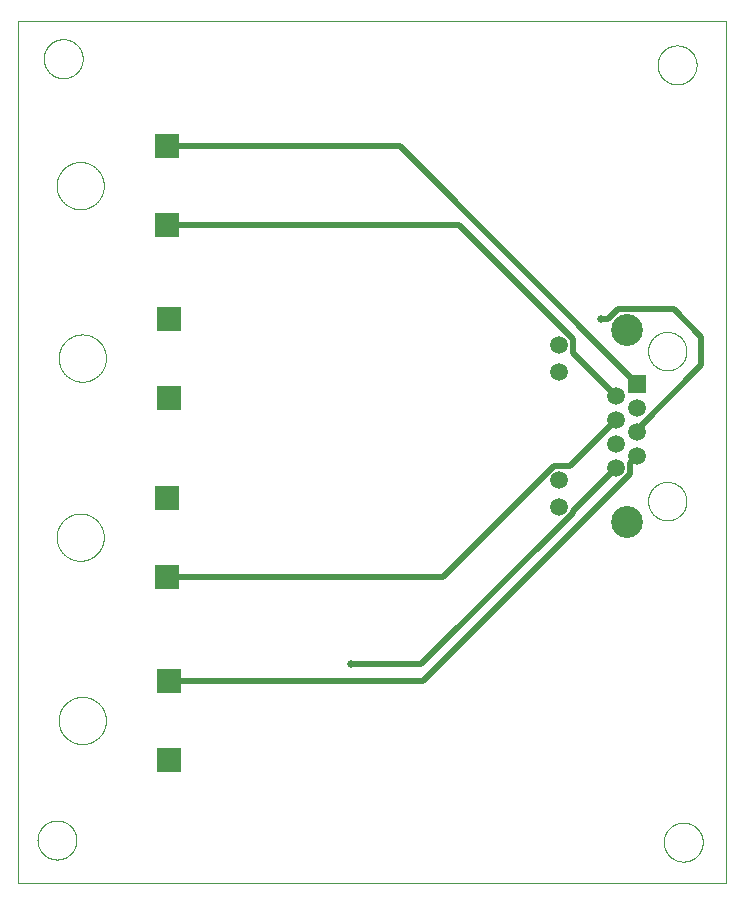
<source format=gtl>
G75*
%MOIN*%
%OFA0B0*%
%FSLAX25Y25*%
%IPPOS*%
%LPD*%
%AMOC8*
5,1,8,0,0,1.08239X$1,22.5*
%
%ADD10C,0.00000*%
%ADD11R,0.05937X0.05937*%
%ADD12C,0.05937*%
%ADD13C,0.10630*%
%ADD14R,0.08268X0.08268*%
%ADD15C,0.02000*%
%ADD16C,0.02578*%
D10*
X0005157Y0001000D02*
X0005157Y0288402D01*
X0241378Y0288402D01*
X0241378Y0001000D01*
X0005157Y0001000D01*
X0011748Y0015469D02*
X0011750Y0015630D01*
X0011756Y0015790D01*
X0011766Y0015951D01*
X0011780Y0016111D01*
X0011798Y0016271D01*
X0011819Y0016430D01*
X0011845Y0016589D01*
X0011875Y0016747D01*
X0011908Y0016904D01*
X0011946Y0017061D01*
X0011987Y0017216D01*
X0012032Y0017370D01*
X0012081Y0017523D01*
X0012134Y0017675D01*
X0012190Y0017826D01*
X0012251Y0017975D01*
X0012314Y0018123D01*
X0012382Y0018269D01*
X0012453Y0018413D01*
X0012527Y0018555D01*
X0012605Y0018696D01*
X0012687Y0018834D01*
X0012772Y0018971D01*
X0012860Y0019105D01*
X0012952Y0019237D01*
X0013047Y0019367D01*
X0013145Y0019495D01*
X0013246Y0019620D01*
X0013350Y0019742D01*
X0013457Y0019862D01*
X0013567Y0019979D01*
X0013680Y0020094D01*
X0013796Y0020205D01*
X0013915Y0020314D01*
X0014036Y0020419D01*
X0014160Y0020522D01*
X0014286Y0020622D01*
X0014414Y0020718D01*
X0014545Y0020811D01*
X0014679Y0020901D01*
X0014814Y0020988D01*
X0014952Y0021071D01*
X0015091Y0021151D01*
X0015233Y0021227D01*
X0015376Y0021300D01*
X0015521Y0021369D01*
X0015668Y0021435D01*
X0015816Y0021497D01*
X0015966Y0021555D01*
X0016117Y0021610D01*
X0016270Y0021661D01*
X0016424Y0021708D01*
X0016579Y0021751D01*
X0016735Y0021790D01*
X0016891Y0021826D01*
X0017049Y0021857D01*
X0017207Y0021885D01*
X0017366Y0021909D01*
X0017526Y0021929D01*
X0017686Y0021945D01*
X0017846Y0021957D01*
X0018007Y0021965D01*
X0018168Y0021969D01*
X0018328Y0021969D01*
X0018489Y0021965D01*
X0018650Y0021957D01*
X0018810Y0021945D01*
X0018970Y0021929D01*
X0019130Y0021909D01*
X0019289Y0021885D01*
X0019447Y0021857D01*
X0019605Y0021826D01*
X0019761Y0021790D01*
X0019917Y0021751D01*
X0020072Y0021708D01*
X0020226Y0021661D01*
X0020379Y0021610D01*
X0020530Y0021555D01*
X0020680Y0021497D01*
X0020828Y0021435D01*
X0020975Y0021369D01*
X0021120Y0021300D01*
X0021263Y0021227D01*
X0021405Y0021151D01*
X0021544Y0021071D01*
X0021682Y0020988D01*
X0021817Y0020901D01*
X0021951Y0020811D01*
X0022082Y0020718D01*
X0022210Y0020622D01*
X0022336Y0020522D01*
X0022460Y0020419D01*
X0022581Y0020314D01*
X0022700Y0020205D01*
X0022816Y0020094D01*
X0022929Y0019979D01*
X0023039Y0019862D01*
X0023146Y0019742D01*
X0023250Y0019620D01*
X0023351Y0019495D01*
X0023449Y0019367D01*
X0023544Y0019237D01*
X0023636Y0019105D01*
X0023724Y0018971D01*
X0023809Y0018834D01*
X0023891Y0018696D01*
X0023969Y0018555D01*
X0024043Y0018413D01*
X0024114Y0018269D01*
X0024182Y0018123D01*
X0024245Y0017975D01*
X0024306Y0017826D01*
X0024362Y0017675D01*
X0024415Y0017523D01*
X0024464Y0017370D01*
X0024509Y0017216D01*
X0024550Y0017061D01*
X0024588Y0016904D01*
X0024621Y0016747D01*
X0024651Y0016589D01*
X0024677Y0016430D01*
X0024698Y0016271D01*
X0024716Y0016111D01*
X0024730Y0015951D01*
X0024740Y0015790D01*
X0024746Y0015630D01*
X0024748Y0015469D01*
X0024746Y0015308D01*
X0024740Y0015148D01*
X0024730Y0014987D01*
X0024716Y0014827D01*
X0024698Y0014667D01*
X0024677Y0014508D01*
X0024651Y0014349D01*
X0024621Y0014191D01*
X0024588Y0014034D01*
X0024550Y0013877D01*
X0024509Y0013722D01*
X0024464Y0013568D01*
X0024415Y0013415D01*
X0024362Y0013263D01*
X0024306Y0013112D01*
X0024245Y0012963D01*
X0024182Y0012815D01*
X0024114Y0012669D01*
X0024043Y0012525D01*
X0023969Y0012383D01*
X0023891Y0012242D01*
X0023809Y0012104D01*
X0023724Y0011967D01*
X0023636Y0011833D01*
X0023544Y0011701D01*
X0023449Y0011571D01*
X0023351Y0011443D01*
X0023250Y0011318D01*
X0023146Y0011196D01*
X0023039Y0011076D01*
X0022929Y0010959D01*
X0022816Y0010844D01*
X0022700Y0010733D01*
X0022581Y0010624D01*
X0022460Y0010519D01*
X0022336Y0010416D01*
X0022210Y0010316D01*
X0022082Y0010220D01*
X0021951Y0010127D01*
X0021817Y0010037D01*
X0021682Y0009950D01*
X0021544Y0009867D01*
X0021405Y0009787D01*
X0021263Y0009711D01*
X0021120Y0009638D01*
X0020975Y0009569D01*
X0020828Y0009503D01*
X0020680Y0009441D01*
X0020530Y0009383D01*
X0020379Y0009328D01*
X0020226Y0009277D01*
X0020072Y0009230D01*
X0019917Y0009187D01*
X0019761Y0009148D01*
X0019605Y0009112D01*
X0019447Y0009081D01*
X0019289Y0009053D01*
X0019130Y0009029D01*
X0018970Y0009009D01*
X0018810Y0008993D01*
X0018650Y0008981D01*
X0018489Y0008973D01*
X0018328Y0008969D01*
X0018168Y0008969D01*
X0018007Y0008973D01*
X0017846Y0008981D01*
X0017686Y0008993D01*
X0017526Y0009009D01*
X0017366Y0009029D01*
X0017207Y0009053D01*
X0017049Y0009081D01*
X0016891Y0009112D01*
X0016735Y0009148D01*
X0016579Y0009187D01*
X0016424Y0009230D01*
X0016270Y0009277D01*
X0016117Y0009328D01*
X0015966Y0009383D01*
X0015816Y0009441D01*
X0015668Y0009503D01*
X0015521Y0009569D01*
X0015376Y0009638D01*
X0015233Y0009711D01*
X0015091Y0009787D01*
X0014952Y0009867D01*
X0014814Y0009950D01*
X0014679Y0010037D01*
X0014545Y0010127D01*
X0014414Y0010220D01*
X0014286Y0010316D01*
X0014160Y0010416D01*
X0014036Y0010519D01*
X0013915Y0010624D01*
X0013796Y0010733D01*
X0013680Y0010844D01*
X0013567Y0010959D01*
X0013457Y0011076D01*
X0013350Y0011196D01*
X0013246Y0011318D01*
X0013145Y0011443D01*
X0013047Y0011571D01*
X0012952Y0011701D01*
X0012860Y0011833D01*
X0012772Y0011967D01*
X0012687Y0012104D01*
X0012605Y0012242D01*
X0012527Y0012383D01*
X0012453Y0012525D01*
X0012382Y0012669D01*
X0012314Y0012815D01*
X0012251Y0012963D01*
X0012190Y0013112D01*
X0012134Y0013263D01*
X0012081Y0013415D01*
X0012032Y0013568D01*
X0011987Y0013722D01*
X0011946Y0013877D01*
X0011908Y0014034D01*
X0011875Y0014191D01*
X0011845Y0014349D01*
X0011819Y0014508D01*
X0011798Y0014667D01*
X0011780Y0014827D01*
X0011766Y0014987D01*
X0011756Y0015148D01*
X0011750Y0015308D01*
X0011748Y0015469D01*
X0018799Y0055311D02*
X0018801Y0055504D01*
X0018808Y0055697D01*
X0018820Y0055890D01*
X0018837Y0056083D01*
X0018858Y0056275D01*
X0018884Y0056466D01*
X0018915Y0056657D01*
X0018950Y0056847D01*
X0018990Y0057036D01*
X0019035Y0057224D01*
X0019084Y0057411D01*
X0019138Y0057597D01*
X0019196Y0057781D01*
X0019259Y0057964D01*
X0019327Y0058145D01*
X0019398Y0058324D01*
X0019475Y0058502D01*
X0019555Y0058678D01*
X0019640Y0058851D01*
X0019729Y0059023D01*
X0019822Y0059192D01*
X0019919Y0059359D01*
X0020021Y0059524D01*
X0020126Y0059686D01*
X0020235Y0059845D01*
X0020349Y0060002D01*
X0020466Y0060155D01*
X0020586Y0060306D01*
X0020711Y0060454D01*
X0020839Y0060599D01*
X0020970Y0060740D01*
X0021105Y0060879D01*
X0021244Y0061014D01*
X0021385Y0061145D01*
X0021530Y0061273D01*
X0021678Y0061398D01*
X0021829Y0061518D01*
X0021982Y0061635D01*
X0022139Y0061749D01*
X0022298Y0061858D01*
X0022460Y0061963D01*
X0022625Y0062065D01*
X0022792Y0062162D01*
X0022961Y0062255D01*
X0023133Y0062344D01*
X0023306Y0062429D01*
X0023482Y0062509D01*
X0023660Y0062586D01*
X0023839Y0062657D01*
X0024020Y0062725D01*
X0024203Y0062788D01*
X0024387Y0062846D01*
X0024573Y0062900D01*
X0024760Y0062949D01*
X0024948Y0062994D01*
X0025137Y0063034D01*
X0025327Y0063069D01*
X0025518Y0063100D01*
X0025709Y0063126D01*
X0025901Y0063147D01*
X0026094Y0063164D01*
X0026287Y0063176D01*
X0026480Y0063183D01*
X0026673Y0063185D01*
X0026866Y0063183D01*
X0027059Y0063176D01*
X0027252Y0063164D01*
X0027445Y0063147D01*
X0027637Y0063126D01*
X0027828Y0063100D01*
X0028019Y0063069D01*
X0028209Y0063034D01*
X0028398Y0062994D01*
X0028586Y0062949D01*
X0028773Y0062900D01*
X0028959Y0062846D01*
X0029143Y0062788D01*
X0029326Y0062725D01*
X0029507Y0062657D01*
X0029686Y0062586D01*
X0029864Y0062509D01*
X0030040Y0062429D01*
X0030213Y0062344D01*
X0030385Y0062255D01*
X0030554Y0062162D01*
X0030721Y0062065D01*
X0030886Y0061963D01*
X0031048Y0061858D01*
X0031207Y0061749D01*
X0031364Y0061635D01*
X0031517Y0061518D01*
X0031668Y0061398D01*
X0031816Y0061273D01*
X0031961Y0061145D01*
X0032102Y0061014D01*
X0032241Y0060879D01*
X0032376Y0060740D01*
X0032507Y0060599D01*
X0032635Y0060454D01*
X0032760Y0060306D01*
X0032880Y0060155D01*
X0032997Y0060002D01*
X0033111Y0059845D01*
X0033220Y0059686D01*
X0033325Y0059524D01*
X0033427Y0059359D01*
X0033524Y0059192D01*
X0033617Y0059023D01*
X0033706Y0058851D01*
X0033791Y0058678D01*
X0033871Y0058502D01*
X0033948Y0058324D01*
X0034019Y0058145D01*
X0034087Y0057964D01*
X0034150Y0057781D01*
X0034208Y0057597D01*
X0034262Y0057411D01*
X0034311Y0057224D01*
X0034356Y0057036D01*
X0034396Y0056847D01*
X0034431Y0056657D01*
X0034462Y0056466D01*
X0034488Y0056275D01*
X0034509Y0056083D01*
X0034526Y0055890D01*
X0034538Y0055697D01*
X0034545Y0055504D01*
X0034547Y0055311D01*
X0034545Y0055118D01*
X0034538Y0054925D01*
X0034526Y0054732D01*
X0034509Y0054539D01*
X0034488Y0054347D01*
X0034462Y0054156D01*
X0034431Y0053965D01*
X0034396Y0053775D01*
X0034356Y0053586D01*
X0034311Y0053398D01*
X0034262Y0053211D01*
X0034208Y0053025D01*
X0034150Y0052841D01*
X0034087Y0052658D01*
X0034019Y0052477D01*
X0033948Y0052298D01*
X0033871Y0052120D01*
X0033791Y0051944D01*
X0033706Y0051771D01*
X0033617Y0051599D01*
X0033524Y0051430D01*
X0033427Y0051263D01*
X0033325Y0051098D01*
X0033220Y0050936D01*
X0033111Y0050777D01*
X0032997Y0050620D01*
X0032880Y0050467D01*
X0032760Y0050316D01*
X0032635Y0050168D01*
X0032507Y0050023D01*
X0032376Y0049882D01*
X0032241Y0049743D01*
X0032102Y0049608D01*
X0031961Y0049477D01*
X0031816Y0049349D01*
X0031668Y0049224D01*
X0031517Y0049104D01*
X0031364Y0048987D01*
X0031207Y0048873D01*
X0031048Y0048764D01*
X0030886Y0048659D01*
X0030721Y0048557D01*
X0030554Y0048460D01*
X0030385Y0048367D01*
X0030213Y0048278D01*
X0030040Y0048193D01*
X0029864Y0048113D01*
X0029686Y0048036D01*
X0029507Y0047965D01*
X0029326Y0047897D01*
X0029143Y0047834D01*
X0028959Y0047776D01*
X0028773Y0047722D01*
X0028586Y0047673D01*
X0028398Y0047628D01*
X0028209Y0047588D01*
X0028019Y0047553D01*
X0027828Y0047522D01*
X0027637Y0047496D01*
X0027445Y0047475D01*
X0027252Y0047458D01*
X0027059Y0047446D01*
X0026866Y0047439D01*
X0026673Y0047437D01*
X0026480Y0047439D01*
X0026287Y0047446D01*
X0026094Y0047458D01*
X0025901Y0047475D01*
X0025709Y0047496D01*
X0025518Y0047522D01*
X0025327Y0047553D01*
X0025137Y0047588D01*
X0024948Y0047628D01*
X0024760Y0047673D01*
X0024573Y0047722D01*
X0024387Y0047776D01*
X0024203Y0047834D01*
X0024020Y0047897D01*
X0023839Y0047965D01*
X0023660Y0048036D01*
X0023482Y0048113D01*
X0023306Y0048193D01*
X0023133Y0048278D01*
X0022961Y0048367D01*
X0022792Y0048460D01*
X0022625Y0048557D01*
X0022460Y0048659D01*
X0022298Y0048764D01*
X0022139Y0048873D01*
X0021982Y0048987D01*
X0021829Y0049104D01*
X0021678Y0049224D01*
X0021530Y0049349D01*
X0021385Y0049477D01*
X0021244Y0049608D01*
X0021105Y0049743D01*
X0020970Y0049882D01*
X0020839Y0050023D01*
X0020711Y0050168D01*
X0020586Y0050316D01*
X0020466Y0050467D01*
X0020349Y0050620D01*
X0020235Y0050777D01*
X0020126Y0050936D01*
X0020021Y0051098D01*
X0019919Y0051263D01*
X0019822Y0051430D01*
X0019729Y0051599D01*
X0019640Y0051771D01*
X0019555Y0051944D01*
X0019475Y0052120D01*
X0019398Y0052298D01*
X0019327Y0052477D01*
X0019259Y0052658D01*
X0019196Y0052841D01*
X0019138Y0053025D01*
X0019084Y0053211D01*
X0019035Y0053398D01*
X0018990Y0053586D01*
X0018950Y0053775D01*
X0018915Y0053965D01*
X0018884Y0054156D01*
X0018858Y0054347D01*
X0018837Y0054539D01*
X0018820Y0054732D01*
X0018808Y0054925D01*
X0018801Y0055118D01*
X0018799Y0055311D01*
X0018110Y0116413D02*
X0018112Y0116606D01*
X0018119Y0116799D01*
X0018131Y0116992D01*
X0018148Y0117185D01*
X0018169Y0117377D01*
X0018195Y0117568D01*
X0018226Y0117759D01*
X0018261Y0117949D01*
X0018301Y0118138D01*
X0018346Y0118326D01*
X0018395Y0118513D01*
X0018449Y0118699D01*
X0018507Y0118883D01*
X0018570Y0119066D01*
X0018638Y0119247D01*
X0018709Y0119426D01*
X0018786Y0119604D01*
X0018866Y0119780D01*
X0018951Y0119953D01*
X0019040Y0120125D01*
X0019133Y0120294D01*
X0019230Y0120461D01*
X0019332Y0120626D01*
X0019437Y0120788D01*
X0019546Y0120947D01*
X0019660Y0121104D01*
X0019777Y0121257D01*
X0019897Y0121408D01*
X0020022Y0121556D01*
X0020150Y0121701D01*
X0020281Y0121842D01*
X0020416Y0121981D01*
X0020555Y0122116D01*
X0020696Y0122247D01*
X0020841Y0122375D01*
X0020989Y0122500D01*
X0021140Y0122620D01*
X0021293Y0122737D01*
X0021450Y0122851D01*
X0021609Y0122960D01*
X0021771Y0123065D01*
X0021936Y0123167D01*
X0022103Y0123264D01*
X0022272Y0123357D01*
X0022444Y0123446D01*
X0022617Y0123531D01*
X0022793Y0123611D01*
X0022971Y0123688D01*
X0023150Y0123759D01*
X0023331Y0123827D01*
X0023514Y0123890D01*
X0023698Y0123948D01*
X0023884Y0124002D01*
X0024071Y0124051D01*
X0024259Y0124096D01*
X0024448Y0124136D01*
X0024638Y0124171D01*
X0024829Y0124202D01*
X0025020Y0124228D01*
X0025212Y0124249D01*
X0025405Y0124266D01*
X0025598Y0124278D01*
X0025791Y0124285D01*
X0025984Y0124287D01*
X0026177Y0124285D01*
X0026370Y0124278D01*
X0026563Y0124266D01*
X0026756Y0124249D01*
X0026948Y0124228D01*
X0027139Y0124202D01*
X0027330Y0124171D01*
X0027520Y0124136D01*
X0027709Y0124096D01*
X0027897Y0124051D01*
X0028084Y0124002D01*
X0028270Y0123948D01*
X0028454Y0123890D01*
X0028637Y0123827D01*
X0028818Y0123759D01*
X0028997Y0123688D01*
X0029175Y0123611D01*
X0029351Y0123531D01*
X0029524Y0123446D01*
X0029696Y0123357D01*
X0029865Y0123264D01*
X0030032Y0123167D01*
X0030197Y0123065D01*
X0030359Y0122960D01*
X0030518Y0122851D01*
X0030675Y0122737D01*
X0030828Y0122620D01*
X0030979Y0122500D01*
X0031127Y0122375D01*
X0031272Y0122247D01*
X0031413Y0122116D01*
X0031552Y0121981D01*
X0031687Y0121842D01*
X0031818Y0121701D01*
X0031946Y0121556D01*
X0032071Y0121408D01*
X0032191Y0121257D01*
X0032308Y0121104D01*
X0032422Y0120947D01*
X0032531Y0120788D01*
X0032636Y0120626D01*
X0032738Y0120461D01*
X0032835Y0120294D01*
X0032928Y0120125D01*
X0033017Y0119953D01*
X0033102Y0119780D01*
X0033182Y0119604D01*
X0033259Y0119426D01*
X0033330Y0119247D01*
X0033398Y0119066D01*
X0033461Y0118883D01*
X0033519Y0118699D01*
X0033573Y0118513D01*
X0033622Y0118326D01*
X0033667Y0118138D01*
X0033707Y0117949D01*
X0033742Y0117759D01*
X0033773Y0117568D01*
X0033799Y0117377D01*
X0033820Y0117185D01*
X0033837Y0116992D01*
X0033849Y0116799D01*
X0033856Y0116606D01*
X0033858Y0116413D01*
X0033856Y0116220D01*
X0033849Y0116027D01*
X0033837Y0115834D01*
X0033820Y0115641D01*
X0033799Y0115449D01*
X0033773Y0115258D01*
X0033742Y0115067D01*
X0033707Y0114877D01*
X0033667Y0114688D01*
X0033622Y0114500D01*
X0033573Y0114313D01*
X0033519Y0114127D01*
X0033461Y0113943D01*
X0033398Y0113760D01*
X0033330Y0113579D01*
X0033259Y0113400D01*
X0033182Y0113222D01*
X0033102Y0113046D01*
X0033017Y0112873D01*
X0032928Y0112701D01*
X0032835Y0112532D01*
X0032738Y0112365D01*
X0032636Y0112200D01*
X0032531Y0112038D01*
X0032422Y0111879D01*
X0032308Y0111722D01*
X0032191Y0111569D01*
X0032071Y0111418D01*
X0031946Y0111270D01*
X0031818Y0111125D01*
X0031687Y0110984D01*
X0031552Y0110845D01*
X0031413Y0110710D01*
X0031272Y0110579D01*
X0031127Y0110451D01*
X0030979Y0110326D01*
X0030828Y0110206D01*
X0030675Y0110089D01*
X0030518Y0109975D01*
X0030359Y0109866D01*
X0030197Y0109761D01*
X0030032Y0109659D01*
X0029865Y0109562D01*
X0029696Y0109469D01*
X0029524Y0109380D01*
X0029351Y0109295D01*
X0029175Y0109215D01*
X0028997Y0109138D01*
X0028818Y0109067D01*
X0028637Y0108999D01*
X0028454Y0108936D01*
X0028270Y0108878D01*
X0028084Y0108824D01*
X0027897Y0108775D01*
X0027709Y0108730D01*
X0027520Y0108690D01*
X0027330Y0108655D01*
X0027139Y0108624D01*
X0026948Y0108598D01*
X0026756Y0108577D01*
X0026563Y0108560D01*
X0026370Y0108548D01*
X0026177Y0108541D01*
X0025984Y0108539D01*
X0025791Y0108541D01*
X0025598Y0108548D01*
X0025405Y0108560D01*
X0025212Y0108577D01*
X0025020Y0108598D01*
X0024829Y0108624D01*
X0024638Y0108655D01*
X0024448Y0108690D01*
X0024259Y0108730D01*
X0024071Y0108775D01*
X0023884Y0108824D01*
X0023698Y0108878D01*
X0023514Y0108936D01*
X0023331Y0108999D01*
X0023150Y0109067D01*
X0022971Y0109138D01*
X0022793Y0109215D01*
X0022617Y0109295D01*
X0022444Y0109380D01*
X0022272Y0109469D01*
X0022103Y0109562D01*
X0021936Y0109659D01*
X0021771Y0109761D01*
X0021609Y0109866D01*
X0021450Y0109975D01*
X0021293Y0110089D01*
X0021140Y0110206D01*
X0020989Y0110326D01*
X0020841Y0110451D01*
X0020696Y0110579D01*
X0020555Y0110710D01*
X0020416Y0110845D01*
X0020281Y0110984D01*
X0020150Y0111125D01*
X0020022Y0111270D01*
X0019897Y0111418D01*
X0019777Y0111569D01*
X0019660Y0111722D01*
X0019546Y0111879D01*
X0019437Y0112038D01*
X0019332Y0112200D01*
X0019230Y0112365D01*
X0019133Y0112532D01*
X0019040Y0112701D01*
X0018951Y0112873D01*
X0018866Y0113046D01*
X0018786Y0113222D01*
X0018709Y0113400D01*
X0018638Y0113579D01*
X0018570Y0113760D01*
X0018507Y0113943D01*
X0018449Y0114127D01*
X0018395Y0114313D01*
X0018346Y0114500D01*
X0018301Y0114688D01*
X0018261Y0114877D01*
X0018226Y0115067D01*
X0018195Y0115258D01*
X0018169Y0115449D01*
X0018148Y0115641D01*
X0018131Y0115834D01*
X0018119Y0116027D01*
X0018112Y0116220D01*
X0018110Y0116413D01*
X0018799Y0176118D02*
X0018801Y0176311D01*
X0018808Y0176504D01*
X0018820Y0176697D01*
X0018837Y0176890D01*
X0018858Y0177082D01*
X0018884Y0177273D01*
X0018915Y0177464D01*
X0018950Y0177654D01*
X0018990Y0177843D01*
X0019035Y0178031D01*
X0019084Y0178218D01*
X0019138Y0178404D01*
X0019196Y0178588D01*
X0019259Y0178771D01*
X0019327Y0178952D01*
X0019398Y0179131D01*
X0019475Y0179309D01*
X0019555Y0179485D01*
X0019640Y0179658D01*
X0019729Y0179830D01*
X0019822Y0179999D01*
X0019919Y0180166D01*
X0020021Y0180331D01*
X0020126Y0180493D01*
X0020235Y0180652D01*
X0020349Y0180809D01*
X0020466Y0180962D01*
X0020586Y0181113D01*
X0020711Y0181261D01*
X0020839Y0181406D01*
X0020970Y0181547D01*
X0021105Y0181686D01*
X0021244Y0181821D01*
X0021385Y0181952D01*
X0021530Y0182080D01*
X0021678Y0182205D01*
X0021829Y0182325D01*
X0021982Y0182442D01*
X0022139Y0182556D01*
X0022298Y0182665D01*
X0022460Y0182770D01*
X0022625Y0182872D01*
X0022792Y0182969D01*
X0022961Y0183062D01*
X0023133Y0183151D01*
X0023306Y0183236D01*
X0023482Y0183316D01*
X0023660Y0183393D01*
X0023839Y0183464D01*
X0024020Y0183532D01*
X0024203Y0183595D01*
X0024387Y0183653D01*
X0024573Y0183707D01*
X0024760Y0183756D01*
X0024948Y0183801D01*
X0025137Y0183841D01*
X0025327Y0183876D01*
X0025518Y0183907D01*
X0025709Y0183933D01*
X0025901Y0183954D01*
X0026094Y0183971D01*
X0026287Y0183983D01*
X0026480Y0183990D01*
X0026673Y0183992D01*
X0026866Y0183990D01*
X0027059Y0183983D01*
X0027252Y0183971D01*
X0027445Y0183954D01*
X0027637Y0183933D01*
X0027828Y0183907D01*
X0028019Y0183876D01*
X0028209Y0183841D01*
X0028398Y0183801D01*
X0028586Y0183756D01*
X0028773Y0183707D01*
X0028959Y0183653D01*
X0029143Y0183595D01*
X0029326Y0183532D01*
X0029507Y0183464D01*
X0029686Y0183393D01*
X0029864Y0183316D01*
X0030040Y0183236D01*
X0030213Y0183151D01*
X0030385Y0183062D01*
X0030554Y0182969D01*
X0030721Y0182872D01*
X0030886Y0182770D01*
X0031048Y0182665D01*
X0031207Y0182556D01*
X0031364Y0182442D01*
X0031517Y0182325D01*
X0031668Y0182205D01*
X0031816Y0182080D01*
X0031961Y0181952D01*
X0032102Y0181821D01*
X0032241Y0181686D01*
X0032376Y0181547D01*
X0032507Y0181406D01*
X0032635Y0181261D01*
X0032760Y0181113D01*
X0032880Y0180962D01*
X0032997Y0180809D01*
X0033111Y0180652D01*
X0033220Y0180493D01*
X0033325Y0180331D01*
X0033427Y0180166D01*
X0033524Y0179999D01*
X0033617Y0179830D01*
X0033706Y0179658D01*
X0033791Y0179485D01*
X0033871Y0179309D01*
X0033948Y0179131D01*
X0034019Y0178952D01*
X0034087Y0178771D01*
X0034150Y0178588D01*
X0034208Y0178404D01*
X0034262Y0178218D01*
X0034311Y0178031D01*
X0034356Y0177843D01*
X0034396Y0177654D01*
X0034431Y0177464D01*
X0034462Y0177273D01*
X0034488Y0177082D01*
X0034509Y0176890D01*
X0034526Y0176697D01*
X0034538Y0176504D01*
X0034545Y0176311D01*
X0034547Y0176118D01*
X0034545Y0175925D01*
X0034538Y0175732D01*
X0034526Y0175539D01*
X0034509Y0175346D01*
X0034488Y0175154D01*
X0034462Y0174963D01*
X0034431Y0174772D01*
X0034396Y0174582D01*
X0034356Y0174393D01*
X0034311Y0174205D01*
X0034262Y0174018D01*
X0034208Y0173832D01*
X0034150Y0173648D01*
X0034087Y0173465D01*
X0034019Y0173284D01*
X0033948Y0173105D01*
X0033871Y0172927D01*
X0033791Y0172751D01*
X0033706Y0172578D01*
X0033617Y0172406D01*
X0033524Y0172237D01*
X0033427Y0172070D01*
X0033325Y0171905D01*
X0033220Y0171743D01*
X0033111Y0171584D01*
X0032997Y0171427D01*
X0032880Y0171274D01*
X0032760Y0171123D01*
X0032635Y0170975D01*
X0032507Y0170830D01*
X0032376Y0170689D01*
X0032241Y0170550D01*
X0032102Y0170415D01*
X0031961Y0170284D01*
X0031816Y0170156D01*
X0031668Y0170031D01*
X0031517Y0169911D01*
X0031364Y0169794D01*
X0031207Y0169680D01*
X0031048Y0169571D01*
X0030886Y0169466D01*
X0030721Y0169364D01*
X0030554Y0169267D01*
X0030385Y0169174D01*
X0030213Y0169085D01*
X0030040Y0169000D01*
X0029864Y0168920D01*
X0029686Y0168843D01*
X0029507Y0168772D01*
X0029326Y0168704D01*
X0029143Y0168641D01*
X0028959Y0168583D01*
X0028773Y0168529D01*
X0028586Y0168480D01*
X0028398Y0168435D01*
X0028209Y0168395D01*
X0028019Y0168360D01*
X0027828Y0168329D01*
X0027637Y0168303D01*
X0027445Y0168282D01*
X0027252Y0168265D01*
X0027059Y0168253D01*
X0026866Y0168246D01*
X0026673Y0168244D01*
X0026480Y0168246D01*
X0026287Y0168253D01*
X0026094Y0168265D01*
X0025901Y0168282D01*
X0025709Y0168303D01*
X0025518Y0168329D01*
X0025327Y0168360D01*
X0025137Y0168395D01*
X0024948Y0168435D01*
X0024760Y0168480D01*
X0024573Y0168529D01*
X0024387Y0168583D01*
X0024203Y0168641D01*
X0024020Y0168704D01*
X0023839Y0168772D01*
X0023660Y0168843D01*
X0023482Y0168920D01*
X0023306Y0169000D01*
X0023133Y0169085D01*
X0022961Y0169174D01*
X0022792Y0169267D01*
X0022625Y0169364D01*
X0022460Y0169466D01*
X0022298Y0169571D01*
X0022139Y0169680D01*
X0021982Y0169794D01*
X0021829Y0169911D01*
X0021678Y0170031D01*
X0021530Y0170156D01*
X0021385Y0170284D01*
X0021244Y0170415D01*
X0021105Y0170550D01*
X0020970Y0170689D01*
X0020839Y0170830D01*
X0020711Y0170975D01*
X0020586Y0171123D01*
X0020466Y0171274D01*
X0020349Y0171427D01*
X0020235Y0171584D01*
X0020126Y0171743D01*
X0020021Y0171905D01*
X0019919Y0172070D01*
X0019822Y0172237D01*
X0019729Y0172406D01*
X0019640Y0172578D01*
X0019555Y0172751D01*
X0019475Y0172927D01*
X0019398Y0173105D01*
X0019327Y0173284D01*
X0019259Y0173465D01*
X0019196Y0173648D01*
X0019138Y0173832D01*
X0019084Y0174018D01*
X0019035Y0174205D01*
X0018990Y0174393D01*
X0018950Y0174582D01*
X0018915Y0174772D01*
X0018884Y0174963D01*
X0018858Y0175154D01*
X0018837Y0175346D01*
X0018820Y0175539D01*
X0018808Y0175732D01*
X0018801Y0175925D01*
X0018799Y0176118D01*
X0018110Y0233598D02*
X0018112Y0233791D01*
X0018119Y0233984D01*
X0018131Y0234177D01*
X0018148Y0234370D01*
X0018169Y0234562D01*
X0018195Y0234753D01*
X0018226Y0234944D01*
X0018261Y0235134D01*
X0018301Y0235323D01*
X0018346Y0235511D01*
X0018395Y0235698D01*
X0018449Y0235884D01*
X0018507Y0236068D01*
X0018570Y0236251D01*
X0018638Y0236432D01*
X0018709Y0236611D01*
X0018786Y0236789D01*
X0018866Y0236965D01*
X0018951Y0237138D01*
X0019040Y0237310D01*
X0019133Y0237479D01*
X0019230Y0237646D01*
X0019332Y0237811D01*
X0019437Y0237973D01*
X0019546Y0238132D01*
X0019660Y0238289D01*
X0019777Y0238442D01*
X0019897Y0238593D01*
X0020022Y0238741D01*
X0020150Y0238886D01*
X0020281Y0239027D01*
X0020416Y0239166D01*
X0020555Y0239301D01*
X0020696Y0239432D01*
X0020841Y0239560D01*
X0020989Y0239685D01*
X0021140Y0239805D01*
X0021293Y0239922D01*
X0021450Y0240036D01*
X0021609Y0240145D01*
X0021771Y0240250D01*
X0021936Y0240352D01*
X0022103Y0240449D01*
X0022272Y0240542D01*
X0022444Y0240631D01*
X0022617Y0240716D01*
X0022793Y0240796D01*
X0022971Y0240873D01*
X0023150Y0240944D01*
X0023331Y0241012D01*
X0023514Y0241075D01*
X0023698Y0241133D01*
X0023884Y0241187D01*
X0024071Y0241236D01*
X0024259Y0241281D01*
X0024448Y0241321D01*
X0024638Y0241356D01*
X0024829Y0241387D01*
X0025020Y0241413D01*
X0025212Y0241434D01*
X0025405Y0241451D01*
X0025598Y0241463D01*
X0025791Y0241470D01*
X0025984Y0241472D01*
X0026177Y0241470D01*
X0026370Y0241463D01*
X0026563Y0241451D01*
X0026756Y0241434D01*
X0026948Y0241413D01*
X0027139Y0241387D01*
X0027330Y0241356D01*
X0027520Y0241321D01*
X0027709Y0241281D01*
X0027897Y0241236D01*
X0028084Y0241187D01*
X0028270Y0241133D01*
X0028454Y0241075D01*
X0028637Y0241012D01*
X0028818Y0240944D01*
X0028997Y0240873D01*
X0029175Y0240796D01*
X0029351Y0240716D01*
X0029524Y0240631D01*
X0029696Y0240542D01*
X0029865Y0240449D01*
X0030032Y0240352D01*
X0030197Y0240250D01*
X0030359Y0240145D01*
X0030518Y0240036D01*
X0030675Y0239922D01*
X0030828Y0239805D01*
X0030979Y0239685D01*
X0031127Y0239560D01*
X0031272Y0239432D01*
X0031413Y0239301D01*
X0031552Y0239166D01*
X0031687Y0239027D01*
X0031818Y0238886D01*
X0031946Y0238741D01*
X0032071Y0238593D01*
X0032191Y0238442D01*
X0032308Y0238289D01*
X0032422Y0238132D01*
X0032531Y0237973D01*
X0032636Y0237811D01*
X0032738Y0237646D01*
X0032835Y0237479D01*
X0032928Y0237310D01*
X0033017Y0237138D01*
X0033102Y0236965D01*
X0033182Y0236789D01*
X0033259Y0236611D01*
X0033330Y0236432D01*
X0033398Y0236251D01*
X0033461Y0236068D01*
X0033519Y0235884D01*
X0033573Y0235698D01*
X0033622Y0235511D01*
X0033667Y0235323D01*
X0033707Y0235134D01*
X0033742Y0234944D01*
X0033773Y0234753D01*
X0033799Y0234562D01*
X0033820Y0234370D01*
X0033837Y0234177D01*
X0033849Y0233984D01*
X0033856Y0233791D01*
X0033858Y0233598D01*
X0033856Y0233405D01*
X0033849Y0233212D01*
X0033837Y0233019D01*
X0033820Y0232826D01*
X0033799Y0232634D01*
X0033773Y0232443D01*
X0033742Y0232252D01*
X0033707Y0232062D01*
X0033667Y0231873D01*
X0033622Y0231685D01*
X0033573Y0231498D01*
X0033519Y0231312D01*
X0033461Y0231128D01*
X0033398Y0230945D01*
X0033330Y0230764D01*
X0033259Y0230585D01*
X0033182Y0230407D01*
X0033102Y0230231D01*
X0033017Y0230058D01*
X0032928Y0229886D01*
X0032835Y0229717D01*
X0032738Y0229550D01*
X0032636Y0229385D01*
X0032531Y0229223D01*
X0032422Y0229064D01*
X0032308Y0228907D01*
X0032191Y0228754D01*
X0032071Y0228603D01*
X0031946Y0228455D01*
X0031818Y0228310D01*
X0031687Y0228169D01*
X0031552Y0228030D01*
X0031413Y0227895D01*
X0031272Y0227764D01*
X0031127Y0227636D01*
X0030979Y0227511D01*
X0030828Y0227391D01*
X0030675Y0227274D01*
X0030518Y0227160D01*
X0030359Y0227051D01*
X0030197Y0226946D01*
X0030032Y0226844D01*
X0029865Y0226747D01*
X0029696Y0226654D01*
X0029524Y0226565D01*
X0029351Y0226480D01*
X0029175Y0226400D01*
X0028997Y0226323D01*
X0028818Y0226252D01*
X0028637Y0226184D01*
X0028454Y0226121D01*
X0028270Y0226063D01*
X0028084Y0226009D01*
X0027897Y0225960D01*
X0027709Y0225915D01*
X0027520Y0225875D01*
X0027330Y0225840D01*
X0027139Y0225809D01*
X0026948Y0225783D01*
X0026756Y0225762D01*
X0026563Y0225745D01*
X0026370Y0225733D01*
X0026177Y0225726D01*
X0025984Y0225724D01*
X0025791Y0225726D01*
X0025598Y0225733D01*
X0025405Y0225745D01*
X0025212Y0225762D01*
X0025020Y0225783D01*
X0024829Y0225809D01*
X0024638Y0225840D01*
X0024448Y0225875D01*
X0024259Y0225915D01*
X0024071Y0225960D01*
X0023884Y0226009D01*
X0023698Y0226063D01*
X0023514Y0226121D01*
X0023331Y0226184D01*
X0023150Y0226252D01*
X0022971Y0226323D01*
X0022793Y0226400D01*
X0022617Y0226480D01*
X0022444Y0226565D01*
X0022272Y0226654D01*
X0022103Y0226747D01*
X0021936Y0226844D01*
X0021771Y0226946D01*
X0021609Y0227051D01*
X0021450Y0227160D01*
X0021293Y0227274D01*
X0021140Y0227391D01*
X0020989Y0227511D01*
X0020841Y0227636D01*
X0020696Y0227764D01*
X0020555Y0227895D01*
X0020416Y0228030D01*
X0020281Y0228169D01*
X0020150Y0228310D01*
X0020022Y0228455D01*
X0019897Y0228603D01*
X0019777Y0228754D01*
X0019660Y0228907D01*
X0019546Y0229064D01*
X0019437Y0229223D01*
X0019332Y0229385D01*
X0019230Y0229550D01*
X0019133Y0229717D01*
X0019040Y0229886D01*
X0018951Y0230058D01*
X0018866Y0230231D01*
X0018786Y0230407D01*
X0018709Y0230585D01*
X0018638Y0230764D01*
X0018570Y0230945D01*
X0018507Y0231128D01*
X0018449Y0231312D01*
X0018395Y0231498D01*
X0018346Y0231685D01*
X0018301Y0231873D01*
X0018261Y0232062D01*
X0018226Y0232252D01*
X0018195Y0232443D01*
X0018169Y0232634D01*
X0018148Y0232826D01*
X0018131Y0233019D01*
X0018119Y0233212D01*
X0018112Y0233405D01*
X0018110Y0233598D01*
X0013815Y0275902D02*
X0013817Y0276063D01*
X0013823Y0276223D01*
X0013833Y0276384D01*
X0013847Y0276544D01*
X0013865Y0276704D01*
X0013886Y0276863D01*
X0013912Y0277022D01*
X0013942Y0277180D01*
X0013975Y0277337D01*
X0014013Y0277494D01*
X0014054Y0277649D01*
X0014099Y0277803D01*
X0014148Y0277956D01*
X0014201Y0278108D01*
X0014257Y0278259D01*
X0014318Y0278408D01*
X0014381Y0278556D01*
X0014449Y0278702D01*
X0014520Y0278846D01*
X0014594Y0278988D01*
X0014672Y0279129D01*
X0014754Y0279267D01*
X0014839Y0279404D01*
X0014927Y0279538D01*
X0015019Y0279670D01*
X0015114Y0279800D01*
X0015212Y0279928D01*
X0015313Y0280053D01*
X0015417Y0280175D01*
X0015524Y0280295D01*
X0015634Y0280412D01*
X0015747Y0280527D01*
X0015863Y0280638D01*
X0015982Y0280747D01*
X0016103Y0280852D01*
X0016227Y0280955D01*
X0016353Y0281055D01*
X0016481Y0281151D01*
X0016612Y0281244D01*
X0016746Y0281334D01*
X0016881Y0281421D01*
X0017019Y0281504D01*
X0017158Y0281584D01*
X0017300Y0281660D01*
X0017443Y0281733D01*
X0017588Y0281802D01*
X0017735Y0281868D01*
X0017883Y0281930D01*
X0018033Y0281988D01*
X0018184Y0282043D01*
X0018337Y0282094D01*
X0018491Y0282141D01*
X0018646Y0282184D01*
X0018802Y0282223D01*
X0018958Y0282259D01*
X0019116Y0282290D01*
X0019274Y0282318D01*
X0019433Y0282342D01*
X0019593Y0282362D01*
X0019753Y0282378D01*
X0019913Y0282390D01*
X0020074Y0282398D01*
X0020235Y0282402D01*
X0020395Y0282402D01*
X0020556Y0282398D01*
X0020717Y0282390D01*
X0020877Y0282378D01*
X0021037Y0282362D01*
X0021197Y0282342D01*
X0021356Y0282318D01*
X0021514Y0282290D01*
X0021672Y0282259D01*
X0021828Y0282223D01*
X0021984Y0282184D01*
X0022139Y0282141D01*
X0022293Y0282094D01*
X0022446Y0282043D01*
X0022597Y0281988D01*
X0022747Y0281930D01*
X0022895Y0281868D01*
X0023042Y0281802D01*
X0023187Y0281733D01*
X0023330Y0281660D01*
X0023472Y0281584D01*
X0023611Y0281504D01*
X0023749Y0281421D01*
X0023884Y0281334D01*
X0024018Y0281244D01*
X0024149Y0281151D01*
X0024277Y0281055D01*
X0024403Y0280955D01*
X0024527Y0280852D01*
X0024648Y0280747D01*
X0024767Y0280638D01*
X0024883Y0280527D01*
X0024996Y0280412D01*
X0025106Y0280295D01*
X0025213Y0280175D01*
X0025317Y0280053D01*
X0025418Y0279928D01*
X0025516Y0279800D01*
X0025611Y0279670D01*
X0025703Y0279538D01*
X0025791Y0279404D01*
X0025876Y0279267D01*
X0025958Y0279129D01*
X0026036Y0278988D01*
X0026110Y0278846D01*
X0026181Y0278702D01*
X0026249Y0278556D01*
X0026312Y0278408D01*
X0026373Y0278259D01*
X0026429Y0278108D01*
X0026482Y0277956D01*
X0026531Y0277803D01*
X0026576Y0277649D01*
X0026617Y0277494D01*
X0026655Y0277337D01*
X0026688Y0277180D01*
X0026718Y0277022D01*
X0026744Y0276863D01*
X0026765Y0276704D01*
X0026783Y0276544D01*
X0026797Y0276384D01*
X0026807Y0276223D01*
X0026813Y0276063D01*
X0026815Y0275902D01*
X0026813Y0275741D01*
X0026807Y0275581D01*
X0026797Y0275420D01*
X0026783Y0275260D01*
X0026765Y0275100D01*
X0026744Y0274941D01*
X0026718Y0274782D01*
X0026688Y0274624D01*
X0026655Y0274467D01*
X0026617Y0274310D01*
X0026576Y0274155D01*
X0026531Y0274001D01*
X0026482Y0273848D01*
X0026429Y0273696D01*
X0026373Y0273545D01*
X0026312Y0273396D01*
X0026249Y0273248D01*
X0026181Y0273102D01*
X0026110Y0272958D01*
X0026036Y0272816D01*
X0025958Y0272675D01*
X0025876Y0272537D01*
X0025791Y0272400D01*
X0025703Y0272266D01*
X0025611Y0272134D01*
X0025516Y0272004D01*
X0025418Y0271876D01*
X0025317Y0271751D01*
X0025213Y0271629D01*
X0025106Y0271509D01*
X0024996Y0271392D01*
X0024883Y0271277D01*
X0024767Y0271166D01*
X0024648Y0271057D01*
X0024527Y0270952D01*
X0024403Y0270849D01*
X0024277Y0270749D01*
X0024149Y0270653D01*
X0024018Y0270560D01*
X0023884Y0270470D01*
X0023749Y0270383D01*
X0023611Y0270300D01*
X0023472Y0270220D01*
X0023330Y0270144D01*
X0023187Y0270071D01*
X0023042Y0270002D01*
X0022895Y0269936D01*
X0022747Y0269874D01*
X0022597Y0269816D01*
X0022446Y0269761D01*
X0022293Y0269710D01*
X0022139Y0269663D01*
X0021984Y0269620D01*
X0021828Y0269581D01*
X0021672Y0269545D01*
X0021514Y0269514D01*
X0021356Y0269486D01*
X0021197Y0269462D01*
X0021037Y0269442D01*
X0020877Y0269426D01*
X0020717Y0269414D01*
X0020556Y0269406D01*
X0020395Y0269402D01*
X0020235Y0269402D01*
X0020074Y0269406D01*
X0019913Y0269414D01*
X0019753Y0269426D01*
X0019593Y0269442D01*
X0019433Y0269462D01*
X0019274Y0269486D01*
X0019116Y0269514D01*
X0018958Y0269545D01*
X0018802Y0269581D01*
X0018646Y0269620D01*
X0018491Y0269663D01*
X0018337Y0269710D01*
X0018184Y0269761D01*
X0018033Y0269816D01*
X0017883Y0269874D01*
X0017735Y0269936D01*
X0017588Y0270002D01*
X0017443Y0270071D01*
X0017300Y0270144D01*
X0017158Y0270220D01*
X0017019Y0270300D01*
X0016881Y0270383D01*
X0016746Y0270470D01*
X0016612Y0270560D01*
X0016481Y0270653D01*
X0016353Y0270749D01*
X0016227Y0270849D01*
X0016103Y0270952D01*
X0015982Y0271057D01*
X0015863Y0271166D01*
X0015747Y0271277D01*
X0015634Y0271392D01*
X0015524Y0271509D01*
X0015417Y0271629D01*
X0015313Y0271751D01*
X0015212Y0271876D01*
X0015114Y0272004D01*
X0015019Y0272134D01*
X0014927Y0272266D01*
X0014839Y0272400D01*
X0014754Y0272537D01*
X0014672Y0272675D01*
X0014594Y0272816D01*
X0014520Y0272958D01*
X0014449Y0273102D01*
X0014381Y0273248D01*
X0014318Y0273396D01*
X0014257Y0273545D01*
X0014201Y0273696D01*
X0014148Y0273848D01*
X0014099Y0274001D01*
X0014054Y0274155D01*
X0014013Y0274310D01*
X0013975Y0274467D01*
X0013942Y0274624D01*
X0013912Y0274782D01*
X0013886Y0274941D01*
X0013865Y0275100D01*
X0013847Y0275260D01*
X0013833Y0275420D01*
X0013823Y0275581D01*
X0013817Y0275741D01*
X0013815Y0275902D01*
X0215256Y0178421D02*
X0215258Y0178581D01*
X0215264Y0178740D01*
X0215274Y0178899D01*
X0215288Y0179058D01*
X0215306Y0179217D01*
X0215327Y0179375D01*
X0215353Y0179532D01*
X0215383Y0179689D01*
X0215416Y0179845D01*
X0215454Y0180000D01*
X0215495Y0180154D01*
X0215540Y0180307D01*
X0215589Y0180459D01*
X0215642Y0180609D01*
X0215698Y0180758D01*
X0215758Y0180906D01*
X0215822Y0181052D01*
X0215890Y0181197D01*
X0215961Y0181340D01*
X0216035Y0181481D01*
X0216113Y0181620D01*
X0216195Y0181757D01*
X0216280Y0181892D01*
X0216368Y0182025D01*
X0216459Y0182156D01*
X0216554Y0182284D01*
X0216652Y0182410D01*
X0216753Y0182534D01*
X0216857Y0182654D01*
X0216964Y0182773D01*
X0217074Y0182888D01*
X0217187Y0183001D01*
X0217302Y0183111D01*
X0217421Y0183218D01*
X0217541Y0183322D01*
X0217665Y0183423D01*
X0217791Y0183521D01*
X0217919Y0183616D01*
X0218050Y0183707D01*
X0218183Y0183795D01*
X0218318Y0183880D01*
X0218455Y0183962D01*
X0218594Y0184040D01*
X0218735Y0184114D01*
X0218878Y0184185D01*
X0219023Y0184253D01*
X0219169Y0184317D01*
X0219317Y0184377D01*
X0219466Y0184433D01*
X0219616Y0184486D01*
X0219768Y0184535D01*
X0219921Y0184580D01*
X0220075Y0184621D01*
X0220230Y0184659D01*
X0220386Y0184692D01*
X0220543Y0184722D01*
X0220700Y0184748D01*
X0220858Y0184769D01*
X0221017Y0184787D01*
X0221176Y0184801D01*
X0221335Y0184811D01*
X0221494Y0184817D01*
X0221654Y0184819D01*
X0221814Y0184817D01*
X0221973Y0184811D01*
X0222132Y0184801D01*
X0222291Y0184787D01*
X0222450Y0184769D01*
X0222608Y0184748D01*
X0222765Y0184722D01*
X0222922Y0184692D01*
X0223078Y0184659D01*
X0223233Y0184621D01*
X0223387Y0184580D01*
X0223540Y0184535D01*
X0223692Y0184486D01*
X0223842Y0184433D01*
X0223991Y0184377D01*
X0224139Y0184317D01*
X0224285Y0184253D01*
X0224430Y0184185D01*
X0224573Y0184114D01*
X0224714Y0184040D01*
X0224853Y0183962D01*
X0224990Y0183880D01*
X0225125Y0183795D01*
X0225258Y0183707D01*
X0225389Y0183616D01*
X0225517Y0183521D01*
X0225643Y0183423D01*
X0225767Y0183322D01*
X0225887Y0183218D01*
X0226006Y0183111D01*
X0226121Y0183001D01*
X0226234Y0182888D01*
X0226344Y0182773D01*
X0226451Y0182654D01*
X0226555Y0182534D01*
X0226656Y0182410D01*
X0226754Y0182284D01*
X0226849Y0182156D01*
X0226940Y0182025D01*
X0227028Y0181892D01*
X0227113Y0181757D01*
X0227195Y0181620D01*
X0227273Y0181481D01*
X0227347Y0181340D01*
X0227418Y0181197D01*
X0227486Y0181052D01*
X0227550Y0180906D01*
X0227610Y0180758D01*
X0227666Y0180609D01*
X0227719Y0180459D01*
X0227768Y0180307D01*
X0227813Y0180154D01*
X0227854Y0180000D01*
X0227892Y0179845D01*
X0227925Y0179689D01*
X0227955Y0179532D01*
X0227981Y0179375D01*
X0228002Y0179217D01*
X0228020Y0179058D01*
X0228034Y0178899D01*
X0228044Y0178740D01*
X0228050Y0178581D01*
X0228052Y0178421D01*
X0228050Y0178261D01*
X0228044Y0178102D01*
X0228034Y0177943D01*
X0228020Y0177784D01*
X0228002Y0177625D01*
X0227981Y0177467D01*
X0227955Y0177310D01*
X0227925Y0177153D01*
X0227892Y0176997D01*
X0227854Y0176842D01*
X0227813Y0176688D01*
X0227768Y0176535D01*
X0227719Y0176383D01*
X0227666Y0176233D01*
X0227610Y0176084D01*
X0227550Y0175936D01*
X0227486Y0175790D01*
X0227418Y0175645D01*
X0227347Y0175502D01*
X0227273Y0175361D01*
X0227195Y0175222D01*
X0227113Y0175085D01*
X0227028Y0174950D01*
X0226940Y0174817D01*
X0226849Y0174686D01*
X0226754Y0174558D01*
X0226656Y0174432D01*
X0226555Y0174308D01*
X0226451Y0174188D01*
X0226344Y0174069D01*
X0226234Y0173954D01*
X0226121Y0173841D01*
X0226006Y0173731D01*
X0225887Y0173624D01*
X0225767Y0173520D01*
X0225643Y0173419D01*
X0225517Y0173321D01*
X0225389Y0173226D01*
X0225258Y0173135D01*
X0225125Y0173047D01*
X0224990Y0172962D01*
X0224853Y0172880D01*
X0224714Y0172802D01*
X0224573Y0172728D01*
X0224430Y0172657D01*
X0224285Y0172589D01*
X0224139Y0172525D01*
X0223991Y0172465D01*
X0223842Y0172409D01*
X0223692Y0172356D01*
X0223540Y0172307D01*
X0223387Y0172262D01*
X0223233Y0172221D01*
X0223078Y0172183D01*
X0222922Y0172150D01*
X0222765Y0172120D01*
X0222608Y0172094D01*
X0222450Y0172073D01*
X0222291Y0172055D01*
X0222132Y0172041D01*
X0221973Y0172031D01*
X0221814Y0172025D01*
X0221654Y0172023D01*
X0221494Y0172025D01*
X0221335Y0172031D01*
X0221176Y0172041D01*
X0221017Y0172055D01*
X0220858Y0172073D01*
X0220700Y0172094D01*
X0220543Y0172120D01*
X0220386Y0172150D01*
X0220230Y0172183D01*
X0220075Y0172221D01*
X0219921Y0172262D01*
X0219768Y0172307D01*
X0219616Y0172356D01*
X0219466Y0172409D01*
X0219317Y0172465D01*
X0219169Y0172525D01*
X0219023Y0172589D01*
X0218878Y0172657D01*
X0218735Y0172728D01*
X0218594Y0172802D01*
X0218455Y0172880D01*
X0218318Y0172962D01*
X0218183Y0173047D01*
X0218050Y0173135D01*
X0217919Y0173226D01*
X0217791Y0173321D01*
X0217665Y0173419D01*
X0217541Y0173520D01*
X0217421Y0173624D01*
X0217302Y0173731D01*
X0217187Y0173841D01*
X0217074Y0173954D01*
X0216964Y0174069D01*
X0216857Y0174188D01*
X0216753Y0174308D01*
X0216652Y0174432D01*
X0216554Y0174558D01*
X0216459Y0174686D01*
X0216368Y0174817D01*
X0216280Y0174950D01*
X0216195Y0175085D01*
X0216113Y0175222D01*
X0216035Y0175361D01*
X0215961Y0175502D01*
X0215890Y0175645D01*
X0215822Y0175790D01*
X0215758Y0175936D01*
X0215698Y0176084D01*
X0215642Y0176233D01*
X0215589Y0176383D01*
X0215540Y0176535D01*
X0215495Y0176688D01*
X0215454Y0176842D01*
X0215416Y0176997D01*
X0215383Y0177153D01*
X0215353Y0177310D01*
X0215327Y0177467D01*
X0215306Y0177625D01*
X0215288Y0177784D01*
X0215274Y0177943D01*
X0215264Y0178102D01*
X0215258Y0178261D01*
X0215256Y0178421D01*
X0215256Y0128421D02*
X0215258Y0128581D01*
X0215264Y0128740D01*
X0215274Y0128899D01*
X0215288Y0129058D01*
X0215306Y0129217D01*
X0215327Y0129375D01*
X0215353Y0129532D01*
X0215383Y0129689D01*
X0215416Y0129845D01*
X0215454Y0130000D01*
X0215495Y0130154D01*
X0215540Y0130307D01*
X0215589Y0130459D01*
X0215642Y0130609D01*
X0215698Y0130758D01*
X0215758Y0130906D01*
X0215822Y0131052D01*
X0215890Y0131197D01*
X0215961Y0131340D01*
X0216035Y0131481D01*
X0216113Y0131620D01*
X0216195Y0131757D01*
X0216280Y0131892D01*
X0216368Y0132025D01*
X0216459Y0132156D01*
X0216554Y0132284D01*
X0216652Y0132410D01*
X0216753Y0132534D01*
X0216857Y0132654D01*
X0216964Y0132773D01*
X0217074Y0132888D01*
X0217187Y0133001D01*
X0217302Y0133111D01*
X0217421Y0133218D01*
X0217541Y0133322D01*
X0217665Y0133423D01*
X0217791Y0133521D01*
X0217919Y0133616D01*
X0218050Y0133707D01*
X0218183Y0133795D01*
X0218318Y0133880D01*
X0218455Y0133962D01*
X0218594Y0134040D01*
X0218735Y0134114D01*
X0218878Y0134185D01*
X0219023Y0134253D01*
X0219169Y0134317D01*
X0219317Y0134377D01*
X0219466Y0134433D01*
X0219616Y0134486D01*
X0219768Y0134535D01*
X0219921Y0134580D01*
X0220075Y0134621D01*
X0220230Y0134659D01*
X0220386Y0134692D01*
X0220543Y0134722D01*
X0220700Y0134748D01*
X0220858Y0134769D01*
X0221017Y0134787D01*
X0221176Y0134801D01*
X0221335Y0134811D01*
X0221494Y0134817D01*
X0221654Y0134819D01*
X0221814Y0134817D01*
X0221973Y0134811D01*
X0222132Y0134801D01*
X0222291Y0134787D01*
X0222450Y0134769D01*
X0222608Y0134748D01*
X0222765Y0134722D01*
X0222922Y0134692D01*
X0223078Y0134659D01*
X0223233Y0134621D01*
X0223387Y0134580D01*
X0223540Y0134535D01*
X0223692Y0134486D01*
X0223842Y0134433D01*
X0223991Y0134377D01*
X0224139Y0134317D01*
X0224285Y0134253D01*
X0224430Y0134185D01*
X0224573Y0134114D01*
X0224714Y0134040D01*
X0224853Y0133962D01*
X0224990Y0133880D01*
X0225125Y0133795D01*
X0225258Y0133707D01*
X0225389Y0133616D01*
X0225517Y0133521D01*
X0225643Y0133423D01*
X0225767Y0133322D01*
X0225887Y0133218D01*
X0226006Y0133111D01*
X0226121Y0133001D01*
X0226234Y0132888D01*
X0226344Y0132773D01*
X0226451Y0132654D01*
X0226555Y0132534D01*
X0226656Y0132410D01*
X0226754Y0132284D01*
X0226849Y0132156D01*
X0226940Y0132025D01*
X0227028Y0131892D01*
X0227113Y0131757D01*
X0227195Y0131620D01*
X0227273Y0131481D01*
X0227347Y0131340D01*
X0227418Y0131197D01*
X0227486Y0131052D01*
X0227550Y0130906D01*
X0227610Y0130758D01*
X0227666Y0130609D01*
X0227719Y0130459D01*
X0227768Y0130307D01*
X0227813Y0130154D01*
X0227854Y0130000D01*
X0227892Y0129845D01*
X0227925Y0129689D01*
X0227955Y0129532D01*
X0227981Y0129375D01*
X0228002Y0129217D01*
X0228020Y0129058D01*
X0228034Y0128899D01*
X0228044Y0128740D01*
X0228050Y0128581D01*
X0228052Y0128421D01*
X0228050Y0128261D01*
X0228044Y0128102D01*
X0228034Y0127943D01*
X0228020Y0127784D01*
X0228002Y0127625D01*
X0227981Y0127467D01*
X0227955Y0127310D01*
X0227925Y0127153D01*
X0227892Y0126997D01*
X0227854Y0126842D01*
X0227813Y0126688D01*
X0227768Y0126535D01*
X0227719Y0126383D01*
X0227666Y0126233D01*
X0227610Y0126084D01*
X0227550Y0125936D01*
X0227486Y0125790D01*
X0227418Y0125645D01*
X0227347Y0125502D01*
X0227273Y0125361D01*
X0227195Y0125222D01*
X0227113Y0125085D01*
X0227028Y0124950D01*
X0226940Y0124817D01*
X0226849Y0124686D01*
X0226754Y0124558D01*
X0226656Y0124432D01*
X0226555Y0124308D01*
X0226451Y0124188D01*
X0226344Y0124069D01*
X0226234Y0123954D01*
X0226121Y0123841D01*
X0226006Y0123731D01*
X0225887Y0123624D01*
X0225767Y0123520D01*
X0225643Y0123419D01*
X0225517Y0123321D01*
X0225389Y0123226D01*
X0225258Y0123135D01*
X0225125Y0123047D01*
X0224990Y0122962D01*
X0224853Y0122880D01*
X0224714Y0122802D01*
X0224573Y0122728D01*
X0224430Y0122657D01*
X0224285Y0122589D01*
X0224139Y0122525D01*
X0223991Y0122465D01*
X0223842Y0122409D01*
X0223692Y0122356D01*
X0223540Y0122307D01*
X0223387Y0122262D01*
X0223233Y0122221D01*
X0223078Y0122183D01*
X0222922Y0122150D01*
X0222765Y0122120D01*
X0222608Y0122094D01*
X0222450Y0122073D01*
X0222291Y0122055D01*
X0222132Y0122041D01*
X0221973Y0122031D01*
X0221814Y0122025D01*
X0221654Y0122023D01*
X0221494Y0122025D01*
X0221335Y0122031D01*
X0221176Y0122041D01*
X0221017Y0122055D01*
X0220858Y0122073D01*
X0220700Y0122094D01*
X0220543Y0122120D01*
X0220386Y0122150D01*
X0220230Y0122183D01*
X0220075Y0122221D01*
X0219921Y0122262D01*
X0219768Y0122307D01*
X0219616Y0122356D01*
X0219466Y0122409D01*
X0219317Y0122465D01*
X0219169Y0122525D01*
X0219023Y0122589D01*
X0218878Y0122657D01*
X0218735Y0122728D01*
X0218594Y0122802D01*
X0218455Y0122880D01*
X0218318Y0122962D01*
X0218183Y0123047D01*
X0218050Y0123135D01*
X0217919Y0123226D01*
X0217791Y0123321D01*
X0217665Y0123419D01*
X0217541Y0123520D01*
X0217421Y0123624D01*
X0217302Y0123731D01*
X0217187Y0123841D01*
X0217074Y0123954D01*
X0216964Y0124069D01*
X0216857Y0124188D01*
X0216753Y0124308D01*
X0216652Y0124432D01*
X0216554Y0124558D01*
X0216459Y0124686D01*
X0216368Y0124817D01*
X0216280Y0124950D01*
X0216195Y0125085D01*
X0216113Y0125222D01*
X0216035Y0125361D01*
X0215961Y0125502D01*
X0215890Y0125645D01*
X0215822Y0125790D01*
X0215758Y0125936D01*
X0215698Y0126084D01*
X0215642Y0126233D01*
X0215589Y0126383D01*
X0215540Y0126535D01*
X0215495Y0126688D01*
X0215454Y0126842D01*
X0215416Y0126997D01*
X0215383Y0127153D01*
X0215353Y0127310D01*
X0215327Y0127467D01*
X0215306Y0127625D01*
X0215288Y0127784D01*
X0215274Y0127943D01*
X0215264Y0128102D01*
X0215258Y0128261D01*
X0215256Y0128421D01*
X0220508Y0014780D02*
X0220510Y0014941D01*
X0220516Y0015101D01*
X0220526Y0015262D01*
X0220540Y0015422D01*
X0220558Y0015582D01*
X0220579Y0015741D01*
X0220605Y0015900D01*
X0220635Y0016058D01*
X0220668Y0016215D01*
X0220706Y0016372D01*
X0220747Y0016527D01*
X0220792Y0016681D01*
X0220841Y0016834D01*
X0220894Y0016986D01*
X0220950Y0017137D01*
X0221011Y0017286D01*
X0221074Y0017434D01*
X0221142Y0017580D01*
X0221213Y0017724D01*
X0221287Y0017866D01*
X0221365Y0018007D01*
X0221447Y0018145D01*
X0221532Y0018282D01*
X0221620Y0018416D01*
X0221712Y0018548D01*
X0221807Y0018678D01*
X0221905Y0018806D01*
X0222006Y0018931D01*
X0222110Y0019053D01*
X0222217Y0019173D01*
X0222327Y0019290D01*
X0222440Y0019405D01*
X0222556Y0019516D01*
X0222675Y0019625D01*
X0222796Y0019730D01*
X0222920Y0019833D01*
X0223046Y0019933D01*
X0223174Y0020029D01*
X0223305Y0020122D01*
X0223439Y0020212D01*
X0223574Y0020299D01*
X0223712Y0020382D01*
X0223851Y0020462D01*
X0223993Y0020538D01*
X0224136Y0020611D01*
X0224281Y0020680D01*
X0224428Y0020746D01*
X0224576Y0020808D01*
X0224726Y0020866D01*
X0224877Y0020921D01*
X0225030Y0020972D01*
X0225184Y0021019D01*
X0225339Y0021062D01*
X0225495Y0021101D01*
X0225651Y0021137D01*
X0225809Y0021168D01*
X0225967Y0021196D01*
X0226126Y0021220D01*
X0226286Y0021240D01*
X0226446Y0021256D01*
X0226606Y0021268D01*
X0226767Y0021276D01*
X0226928Y0021280D01*
X0227088Y0021280D01*
X0227249Y0021276D01*
X0227410Y0021268D01*
X0227570Y0021256D01*
X0227730Y0021240D01*
X0227890Y0021220D01*
X0228049Y0021196D01*
X0228207Y0021168D01*
X0228365Y0021137D01*
X0228521Y0021101D01*
X0228677Y0021062D01*
X0228832Y0021019D01*
X0228986Y0020972D01*
X0229139Y0020921D01*
X0229290Y0020866D01*
X0229440Y0020808D01*
X0229588Y0020746D01*
X0229735Y0020680D01*
X0229880Y0020611D01*
X0230023Y0020538D01*
X0230165Y0020462D01*
X0230304Y0020382D01*
X0230442Y0020299D01*
X0230577Y0020212D01*
X0230711Y0020122D01*
X0230842Y0020029D01*
X0230970Y0019933D01*
X0231096Y0019833D01*
X0231220Y0019730D01*
X0231341Y0019625D01*
X0231460Y0019516D01*
X0231576Y0019405D01*
X0231689Y0019290D01*
X0231799Y0019173D01*
X0231906Y0019053D01*
X0232010Y0018931D01*
X0232111Y0018806D01*
X0232209Y0018678D01*
X0232304Y0018548D01*
X0232396Y0018416D01*
X0232484Y0018282D01*
X0232569Y0018145D01*
X0232651Y0018007D01*
X0232729Y0017866D01*
X0232803Y0017724D01*
X0232874Y0017580D01*
X0232942Y0017434D01*
X0233005Y0017286D01*
X0233066Y0017137D01*
X0233122Y0016986D01*
X0233175Y0016834D01*
X0233224Y0016681D01*
X0233269Y0016527D01*
X0233310Y0016372D01*
X0233348Y0016215D01*
X0233381Y0016058D01*
X0233411Y0015900D01*
X0233437Y0015741D01*
X0233458Y0015582D01*
X0233476Y0015422D01*
X0233490Y0015262D01*
X0233500Y0015101D01*
X0233506Y0014941D01*
X0233508Y0014780D01*
X0233506Y0014619D01*
X0233500Y0014459D01*
X0233490Y0014298D01*
X0233476Y0014138D01*
X0233458Y0013978D01*
X0233437Y0013819D01*
X0233411Y0013660D01*
X0233381Y0013502D01*
X0233348Y0013345D01*
X0233310Y0013188D01*
X0233269Y0013033D01*
X0233224Y0012879D01*
X0233175Y0012726D01*
X0233122Y0012574D01*
X0233066Y0012423D01*
X0233005Y0012274D01*
X0232942Y0012126D01*
X0232874Y0011980D01*
X0232803Y0011836D01*
X0232729Y0011694D01*
X0232651Y0011553D01*
X0232569Y0011415D01*
X0232484Y0011278D01*
X0232396Y0011144D01*
X0232304Y0011012D01*
X0232209Y0010882D01*
X0232111Y0010754D01*
X0232010Y0010629D01*
X0231906Y0010507D01*
X0231799Y0010387D01*
X0231689Y0010270D01*
X0231576Y0010155D01*
X0231460Y0010044D01*
X0231341Y0009935D01*
X0231220Y0009830D01*
X0231096Y0009727D01*
X0230970Y0009627D01*
X0230842Y0009531D01*
X0230711Y0009438D01*
X0230577Y0009348D01*
X0230442Y0009261D01*
X0230304Y0009178D01*
X0230165Y0009098D01*
X0230023Y0009022D01*
X0229880Y0008949D01*
X0229735Y0008880D01*
X0229588Y0008814D01*
X0229440Y0008752D01*
X0229290Y0008694D01*
X0229139Y0008639D01*
X0228986Y0008588D01*
X0228832Y0008541D01*
X0228677Y0008498D01*
X0228521Y0008459D01*
X0228365Y0008423D01*
X0228207Y0008392D01*
X0228049Y0008364D01*
X0227890Y0008340D01*
X0227730Y0008320D01*
X0227570Y0008304D01*
X0227410Y0008292D01*
X0227249Y0008284D01*
X0227088Y0008280D01*
X0226928Y0008280D01*
X0226767Y0008284D01*
X0226606Y0008292D01*
X0226446Y0008304D01*
X0226286Y0008320D01*
X0226126Y0008340D01*
X0225967Y0008364D01*
X0225809Y0008392D01*
X0225651Y0008423D01*
X0225495Y0008459D01*
X0225339Y0008498D01*
X0225184Y0008541D01*
X0225030Y0008588D01*
X0224877Y0008639D01*
X0224726Y0008694D01*
X0224576Y0008752D01*
X0224428Y0008814D01*
X0224281Y0008880D01*
X0224136Y0008949D01*
X0223993Y0009022D01*
X0223851Y0009098D01*
X0223712Y0009178D01*
X0223574Y0009261D01*
X0223439Y0009348D01*
X0223305Y0009438D01*
X0223174Y0009531D01*
X0223046Y0009627D01*
X0222920Y0009727D01*
X0222796Y0009830D01*
X0222675Y0009935D01*
X0222556Y0010044D01*
X0222440Y0010155D01*
X0222327Y0010270D01*
X0222217Y0010387D01*
X0222110Y0010507D01*
X0222006Y0010629D01*
X0221905Y0010754D01*
X0221807Y0010882D01*
X0221712Y0011012D01*
X0221620Y0011144D01*
X0221532Y0011278D01*
X0221447Y0011415D01*
X0221365Y0011553D01*
X0221287Y0011694D01*
X0221213Y0011836D01*
X0221142Y0011980D01*
X0221074Y0012126D01*
X0221011Y0012274D01*
X0220950Y0012423D01*
X0220894Y0012574D01*
X0220841Y0012726D01*
X0220792Y0012879D01*
X0220747Y0013033D01*
X0220706Y0013188D01*
X0220668Y0013345D01*
X0220635Y0013502D01*
X0220605Y0013660D01*
X0220579Y0013819D01*
X0220558Y0013978D01*
X0220540Y0014138D01*
X0220526Y0014298D01*
X0220516Y0014459D01*
X0220510Y0014619D01*
X0220508Y0014780D01*
X0218441Y0273835D02*
X0218443Y0273996D01*
X0218449Y0274156D01*
X0218459Y0274317D01*
X0218473Y0274477D01*
X0218491Y0274637D01*
X0218512Y0274796D01*
X0218538Y0274955D01*
X0218568Y0275113D01*
X0218601Y0275270D01*
X0218639Y0275427D01*
X0218680Y0275582D01*
X0218725Y0275736D01*
X0218774Y0275889D01*
X0218827Y0276041D01*
X0218883Y0276192D01*
X0218944Y0276341D01*
X0219007Y0276489D01*
X0219075Y0276635D01*
X0219146Y0276779D01*
X0219220Y0276921D01*
X0219298Y0277062D01*
X0219380Y0277200D01*
X0219465Y0277337D01*
X0219553Y0277471D01*
X0219645Y0277603D01*
X0219740Y0277733D01*
X0219838Y0277861D01*
X0219939Y0277986D01*
X0220043Y0278108D01*
X0220150Y0278228D01*
X0220260Y0278345D01*
X0220373Y0278460D01*
X0220489Y0278571D01*
X0220608Y0278680D01*
X0220729Y0278785D01*
X0220853Y0278888D01*
X0220979Y0278988D01*
X0221107Y0279084D01*
X0221238Y0279177D01*
X0221372Y0279267D01*
X0221507Y0279354D01*
X0221645Y0279437D01*
X0221784Y0279517D01*
X0221926Y0279593D01*
X0222069Y0279666D01*
X0222214Y0279735D01*
X0222361Y0279801D01*
X0222509Y0279863D01*
X0222659Y0279921D01*
X0222810Y0279976D01*
X0222963Y0280027D01*
X0223117Y0280074D01*
X0223272Y0280117D01*
X0223428Y0280156D01*
X0223584Y0280192D01*
X0223742Y0280223D01*
X0223900Y0280251D01*
X0224059Y0280275D01*
X0224219Y0280295D01*
X0224379Y0280311D01*
X0224539Y0280323D01*
X0224700Y0280331D01*
X0224861Y0280335D01*
X0225021Y0280335D01*
X0225182Y0280331D01*
X0225343Y0280323D01*
X0225503Y0280311D01*
X0225663Y0280295D01*
X0225823Y0280275D01*
X0225982Y0280251D01*
X0226140Y0280223D01*
X0226298Y0280192D01*
X0226454Y0280156D01*
X0226610Y0280117D01*
X0226765Y0280074D01*
X0226919Y0280027D01*
X0227072Y0279976D01*
X0227223Y0279921D01*
X0227373Y0279863D01*
X0227521Y0279801D01*
X0227668Y0279735D01*
X0227813Y0279666D01*
X0227956Y0279593D01*
X0228098Y0279517D01*
X0228237Y0279437D01*
X0228375Y0279354D01*
X0228510Y0279267D01*
X0228644Y0279177D01*
X0228775Y0279084D01*
X0228903Y0278988D01*
X0229029Y0278888D01*
X0229153Y0278785D01*
X0229274Y0278680D01*
X0229393Y0278571D01*
X0229509Y0278460D01*
X0229622Y0278345D01*
X0229732Y0278228D01*
X0229839Y0278108D01*
X0229943Y0277986D01*
X0230044Y0277861D01*
X0230142Y0277733D01*
X0230237Y0277603D01*
X0230329Y0277471D01*
X0230417Y0277337D01*
X0230502Y0277200D01*
X0230584Y0277062D01*
X0230662Y0276921D01*
X0230736Y0276779D01*
X0230807Y0276635D01*
X0230875Y0276489D01*
X0230938Y0276341D01*
X0230999Y0276192D01*
X0231055Y0276041D01*
X0231108Y0275889D01*
X0231157Y0275736D01*
X0231202Y0275582D01*
X0231243Y0275427D01*
X0231281Y0275270D01*
X0231314Y0275113D01*
X0231344Y0274955D01*
X0231370Y0274796D01*
X0231391Y0274637D01*
X0231409Y0274477D01*
X0231423Y0274317D01*
X0231433Y0274156D01*
X0231439Y0273996D01*
X0231441Y0273835D01*
X0231439Y0273674D01*
X0231433Y0273514D01*
X0231423Y0273353D01*
X0231409Y0273193D01*
X0231391Y0273033D01*
X0231370Y0272874D01*
X0231344Y0272715D01*
X0231314Y0272557D01*
X0231281Y0272400D01*
X0231243Y0272243D01*
X0231202Y0272088D01*
X0231157Y0271934D01*
X0231108Y0271781D01*
X0231055Y0271629D01*
X0230999Y0271478D01*
X0230938Y0271329D01*
X0230875Y0271181D01*
X0230807Y0271035D01*
X0230736Y0270891D01*
X0230662Y0270749D01*
X0230584Y0270608D01*
X0230502Y0270470D01*
X0230417Y0270333D01*
X0230329Y0270199D01*
X0230237Y0270067D01*
X0230142Y0269937D01*
X0230044Y0269809D01*
X0229943Y0269684D01*
X0229839Y0269562D01*
X0229732Y0269442D01*
X0229622Y0269325D01*
X0229509Y0269210D01*
X0229393Y0269099D01*
X0229274Y0268990D01*
X0229153Y0268885D01*
X0229029Y0268782D01*
X0228903Y0268682D01*
X0228775Y0268586D01*
X0228644Y0268493D01*
X0228510Y0268403D01*
X0228375Y0268316D01*
X0228237Y0268233D01*
X0228098Y0268153D01*
X0227956Y0268077D01*
X0227813Y0268004D01*
X0227668Y0267935D01*
X0227521Y0267869D01*
X0227373Y0267807D01*
X0227223Y0267749D01*
X0227072Y0267694D01*
X0226919Y0267643D01*
X0226765Y0267596D01*
X0226610Y0267553D01*
X0226454Y0267514D01*
X0226298Y0267478D01*
X0226140Y0267447D01*
X0225982Y0267419D01*
X0225823Y0267395D01*
X0225663Y0267375D01*
X0225503Y0267359D01*
X0225343Y0267347D01*
X0225182Y0267339D01*
X0225021Y0267335D01*
X0224861Y0267335D01*
X0224700Y0267339D01*
X0224539Y0267347D01*
X0224379Y0267359D01*
X0224219Y0267375D01*
X0224059Y0267395D01*
X0223900Y0267419D01*
X0223742Y0267447D01*
X0223584Y0267478D01*
X0223428Y0267514D01*
X0223272Y0267553D01*
X0223117Y0267596D01*
X0222963Y0267643D01*
X0222810Y0267694D01*
X0222659Y0267749D01*
X0222509Y0267807D01*
X0222361Y0267869D01*
X0222214Y0267935D01*
X0222069Y0268004D01*
X0221926Y0268077D01*
X0221784Y0268153D01*
X0221645Y0268233D01*
X0221507Y0268316D01*
X0221372Y0268403D01*
X0221238Y0268493D01*
X0221107Y0268586D01*
X0220979Y0268682D01*
X0220853Y0268782D01*
X0220729Y0268885D01*
X0220608Y0268990D01*
X0220489Y0269099D01*
X0220373Y0269210D01*
X0220260Y0269325D01*
X0220150Y0269442D01*
X0220043Y0269562D01*
X0219939Y0269684D01*
X0219838Y0269809D01*
X0219740Y0269937D01*
X0219645Y0270067D01*
X0219553Y0270199D01*
X0219465Y0270333D01*
X0219380Y0270470D01*
X0219298Y0270608D01*
X0219220Y0270749D01*
X0219146Y0270891D01*
X0219075Y0271035D01*
X0219007Y0271181D01*
X0218944Y0271329D01*
X0218883Y0271478D01*
X0218827Y0271629D01*
X0218774Y0271781D01*
X0218725Y0271934D01*
X0218680Y0272088D01*
X0218639Y0272243D01*
X0218601Y0272400D01*
X0218568Y0272557D01*
X0218538Y0272715D01*
X0218512Y0272874D01*
X0218491Y0273033D01*
X0218473Y0273193D01*
X0218459Y0273353D01*
X0218449Y0273514D01*
X0218443Y0273674D01*
X0218441Y0273835D01*
D11*
X0211654Y0167516D03*
D12*
X0211654Y0159484D03*
X0211654Y0151453D03*
X0211654Y0143421D03*
X0204646Y0139406D03*
X0204646Y0147437D03*
X0204646Y0155469D03*
X0204646Y0163500D03*
X0185669Y0171413D03*
X0185669Y0180429D03*
X0185669Y0135429D03*
X0185669Y0126413D03*
D13*
X0208150Y0121413D03*
X0208150Y0185429D03*
D14*
X0055571Y0189268D03*
X0055571Y0162969D03*
X0054882Y0129563D03*
X0054882Y0103264D03*
X0055571Y0068461D03*
X0055571Y0042161D03*
X0054882Y0220449D03*
X0054882Y0246748D03*
D15*
X0132421Y0246748D01*
X0211654Y0167516D01*
X0204646Y0163500D02*
X0190238Y0177908D01*
X0190238Y0182321D01*
X0152110Y0220449D01*
X0054882Y0220449D01*
X0054882Y0103264D02*
X0147043Y0103264D01*
X0183777Y0139998D01*
X0189175Y0139998D01*
X0204646Y0155469D01*
X0211654Y0152303D02*
X0233051Y0173700D01*
X0233051Y0183142D01*
X0223849Y0192344D01*
X0205285Y0192344D01*
X0202032Y0189091D01*
X0199449Y0189091D01*
X0211654Y0152303D02*
X0211654Y0151453D01*
X0211654Y0143421D02*
X0209214Y0140982D01*
X0209214Y0137513D01*
X0140162Y0068461D01*
X0055571Y0068461D01*
X0116083Y0074031D02*
X0139748Y0074031D01*
X0190238Y0124521D01*
X0190238Y0124998D01*
X0204646Y0139406D01*
D16*
X0199449Y0189091D03*
X0116083Y0074031D03*
M02*

</source>
